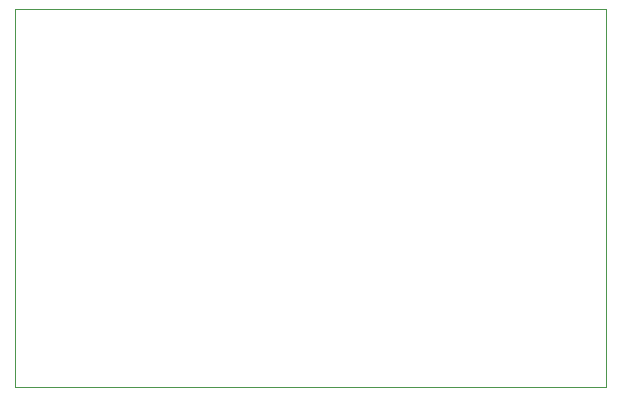
<source format=gm1>
G04 #@! TF.GenerationSoftware,KiCad,Pcbnew,5.1.5+dfsg1-2build2*
G04 #@! TF.CreationDate,2021-11-26T12:56:36+03:00*
G04 #@! TF.ProjectId,VoltReg,566f6c74-5265-4672-9e6b-696361645f70,rev?*
G04 #@! TF.SameCoordinates,Original*
G04 #@! TF.FileFunction,Profile,NP*
%FSLAX46Y46*%
G04 Gerber Fmt 4.6, Leading zero omitted, Abs format (unit mm)*
G04 Created by KiCad (PCBNEW 5.1.5+dfsg1-2build2) date 2021-11-26 12:56:36*
%MOMM*%
%LPD*%
G04 APERTURE LIST*
%ADD10C,0.050000*%
G04 APERTURE END LIST*
D10*
X81000000Y-51000000D02*
X131000000Y-51000000D01*
X81000000Y-83000000D02*
X131000000Y-83000000D01*
X81000000Y-51000000D02*
X81000000Y-83000000D01*
X131000000Y-83000000D02*
X131000000Y-51000000D01*
M02*

</source>
